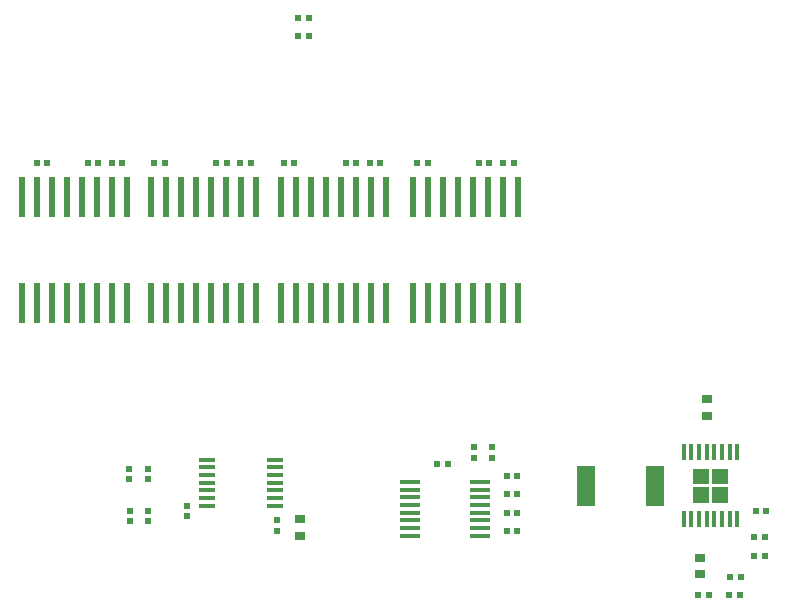
<source format=gbr>
%TF.GenerationSoftware,Altium Limited,Altium Designer,21.8.1 (53)*%
G04 Layer_Color=128*
%FSLAX45Y45*%
%MOMM*%
%TF.SameCoordinates,27AF3B28-2B88-43EB-8C06-45BE792F9E07*%
%TF.FilePolarity,Positive*%
%TF.FileFunction,Paste,Bot*%
%TF.Part,Single*%
G01*
G75*
%TA.AperFunction,SMDPad,CuDef*%
%ADD10R,0.55000X0.55000*%
%ADD11R,0.55000X0.55000*%
%ADD17R,1.40000X0.35000*%
%ADD28R,0.90000X0.80000*%
%ADD65R,0.60000X3.50000*%
%ADD67R,0.35000X1.40000*%
%ADD68R,1.78000X0.42000*%
%ADD69R,1.49000X3.42000*%
G36*
X6890860Y1061560D02*
Y1196500D01*
X7025800D01*
Y1061560D01*
X6890860D01*
D02*
G37*
G36*
Y1216500D02*
Y1351440D01*
X7025800D01*
Y1216500D01*
X6890860D01*
D02*
G37*
G36*
X7045800Y1061560D02*
Y1196500D01*
X7180740D01*
Y1061560D01*
X7045800D01*
D02*
G37*
G36*
Y1216500D02*
Y1351440D01*
X7180740D01*
Y1216500D01*
X7045800D01*
D02*
G37*
D10*
X7403000Y609600D02*
D03*
X7493000D02*
D03*
X7403000Y774700D02*
D03*
X7493000D02*
D03*
X6933100Y279400D02*
D03*
X7023100D02*
D03*
X7284000D02*
D03*
X7194000D02*
D03*
X5163820Y3939540D02*
D03*
X5073820D02*
D03*
X5278120D02*
D03*
X5368120D02*
D03*
X4035340D02*
D03*
X3945340D02*
D03*
X4150360D02*
D03*
X4240360D02*
D03*
X5308600Y1133686D02*
D03*
X5398600D02*
D03*
X5308600Y820420D02*
D03*
X5398600D02*
D03*
X2938060Y3939540D02*
D03*
X2848060D02*
D03*
X1851660D02*
D03*
X1761660D02*
D03*
X3053800D02*
D03*
X3143800D02*
D03*
X1965960D02*
D03*
X2055960D02*
D03*
X3634740Y5168900D02*
D03*
X3544740D02*
D03*
X5308600Y977053D02*
D03*
X5398600D02*
D03*
X5308600Y1290319D02*
D03*
X5398600D02*
D03*
X7416800Y990600D02*
D03*
X7506800D02*
D03*
X7289800Y431800D02*
D03*
X7199800D02*
D03*
X4552400Y3939540D02*
D03*
X4642400D02*
D03*
X3422820D02*
D03*
X3512820D02*
D03*
X4812580Y1391920D02*
D03*
X4722580D02*
D03*
X2324820Y3939540D02*
D03*
X2414820D02*
D03*
X1419140D02*
D03*
X1329140D02*
D03*
X3543300Y5016500D02*
D03*
X3633300D02*
D03*
D11*
X2110740Y1350560D02*
D03*
Y1260560D02*
D03*
X2273300Y1260560D02*
D03*
Y1350560D02*
D03*
X2120900Y903860D02*
D03*
Y993860D02*
D03*
X2273300Y993860D02*
D03*
Y903860D02*
D03*
X5181600Y1442720D02*
D03*
Y1532720D02*
D03*
X5029200Y1442720D02*
D03*
Y1532720D02*
D03*
X2603500Y945600D02*
D03*
Y1035600D02*
D03*
X3365500Y825500D02*
D03*
Y915500D02*
D03*
D17*
X2773200Y1101900D02*
D03*
Y1166900D02*
D03*
Y1231900D02*
D03*
X3348200Y1426900D02*
D03*
X2773200D02*
D03*
Y1361900D02*
D03*
Y1296900D02*
D03*
X3348200Y1361900D02*
D03*
Y1296900D02*
D03*
Y1231900D02*
D03*
Y1166900D02*
D03*
Y1101900D02*
D03*
Y1036900D02*
D03*
X2773200D02*
D03*
D28*
X6946900Y456900D02*
D03*
Y596900D02*
D03*
X7005320Y1936900D02*
D03*
Y1796900D02*
D03*
X3556000Y920900D02*
D03*
Y780900D02*
D03*
D65*
X3395980Y2750820D02*
D03*
X3522980D02*
D03*
X3649980D02*
D03*
X3776980D02*
D03*
X3649980Y3650820D02*
D03*
X3522980D02*
D03*
X3395980D02*
D03*
X3776980D02*
D03*
X3903980D02*
D03*
X4030980D02*
D03*
X4157980D02*
D03*
X4284980D02*
D03*
Y2750820D02*
D03*
X4157980D02*
D03*
X4030980D02*
D03*
X3903980D02*
D03*
X2298700D02*
D03*
X2425700D02*
D03*
X2552700D02*
D03*
X2679700D02*
D03*
X2552700Y3650820D02*
D03*
X2425700D02*
D03*
X2298700D02*
D03*
X2679700D02*
D03*
X2806700D02*
D03*
X2933700D02*
D03*
X3060700D02*
D03*
X3187700D02*
D03*
Y2750820D02*
D03*
X3060700D02*
D03*
X2933700D02*
D03*
X2806700D02*
D03*
X5026660D02*
D03*
X5153660D02*
D03*
X5280660D02*
D03*
X5407660D02*
D03*
Y3650820D02*
D03*
X5280660D02*
D03*
X5153660D02*
D03*
X5026660D02*
D03*
X4899660D02*
D03*
X4518660D02*
D03*
X4645660D02*
D03*
X4772660D02*
D03*
X4899660Y2750820D02*
D03*
X4772660D02*
D03*
X4645660D02*
D03*
X4518660D02*
D03*
X1717040D02*
D03*
X1844040D02*
D03*
X1971040D02*
D03*
X2098040D02*
D03*
Y3650820D02*
D03*
X1971040D02*
D03*
X1844040D02*
D03*
X1717040D02*
D03*
X1590040D02*
D03*
X1209040D02*
D03*
X1336040D02*
D03*
X1463040D02*
D03*
X1590040Y2750820D02*
D03*
X1463040D02*
D03*
X1336040D02*
D03*
X1209040D02*
D03*
D67*
X6808300Y922020D02*
D03*
X6873300D02*
D03*
X6938300D02*
D03*
X7003300D02*
D03*
X7068300D02*
D03*
X7133300D02*
D03*
X7198300D02*
D03*
X7263300D02*
D03*
Y1490980D02*
D03*
X7198300D02*
D03*
X7133300D02*
D03*
X7068300D02*
D03*
X7003300D02*
D03*
X6938300D02*
D03*
X6873300D02*
D03*
X6808300D02*
D03*
D68*
X5081900Y1238420D02*
D03*
Y1173420D02*
D03*
Y1108420D02*
D03*
Y1043420D02*
D03*
Y978420D02*
D03*
Y848420D02*
D03*
Y783420D02*
D03*
X4493900D02*
D03*
Y848420D02*
D03*
Y978420D02*
D03*
Y1043420D02*
D03*
Y1108420D02*
D03*
Y1173420D02*
D03*
Y1238420D02*
D03*
X5081900Y913420D02*
D03*
X4493900D02*
D03*
D69*
X6565900Y1206500D02*
D03*
X5983100D02*
D03*
%TF.MD5,1d239860815b7153fe95bc90cf292b11*%
M02*

</source>
